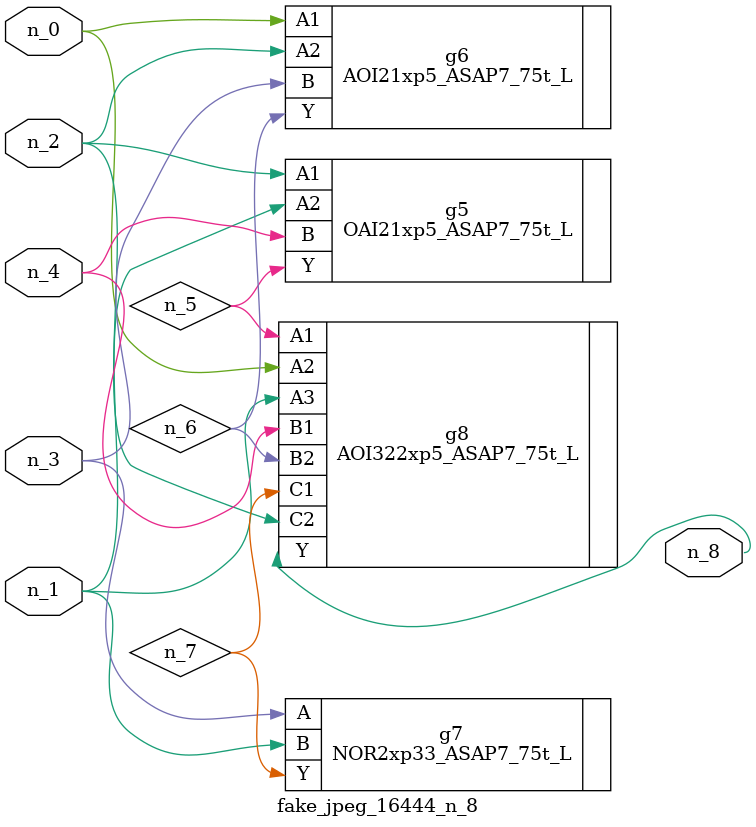
<source format=v>
module fake_jpeg_16444_n_8 (n_3, n_2, n_1, n_0, n_4, n_8);

input n_3;
input n_2;
input n_1;
input n_0;
input n_4;

output n_8;

wire n_6;
wire n_5;
wire n_7;

OAI21xp5_ASAP7_75t_L g5 ( 
.A1(n_2),
.A2(n_1),
.B(n_4),
.Y(n_5)
);

AOI21xp5_ASAP7_75t_L g6 ( 
.A1(n_0),
.A2(n_2),
.B(n_3),
.Y(n_6)
);

NOR2xp33_ASAP7_75t_L g7 ( 
.A(n_3),
.B(n_1),
.Y(n_7)
);

AOI322xp5_ASAP7_75t_L g8 ( 
.A1(n_5),
.A2(n_0),
.A3(n_1),
.B1(n_4),
.B2(n_6),
.C1(n_7),
.C2(n_2),
.Y(n_8)
);


endmodule
</source>
